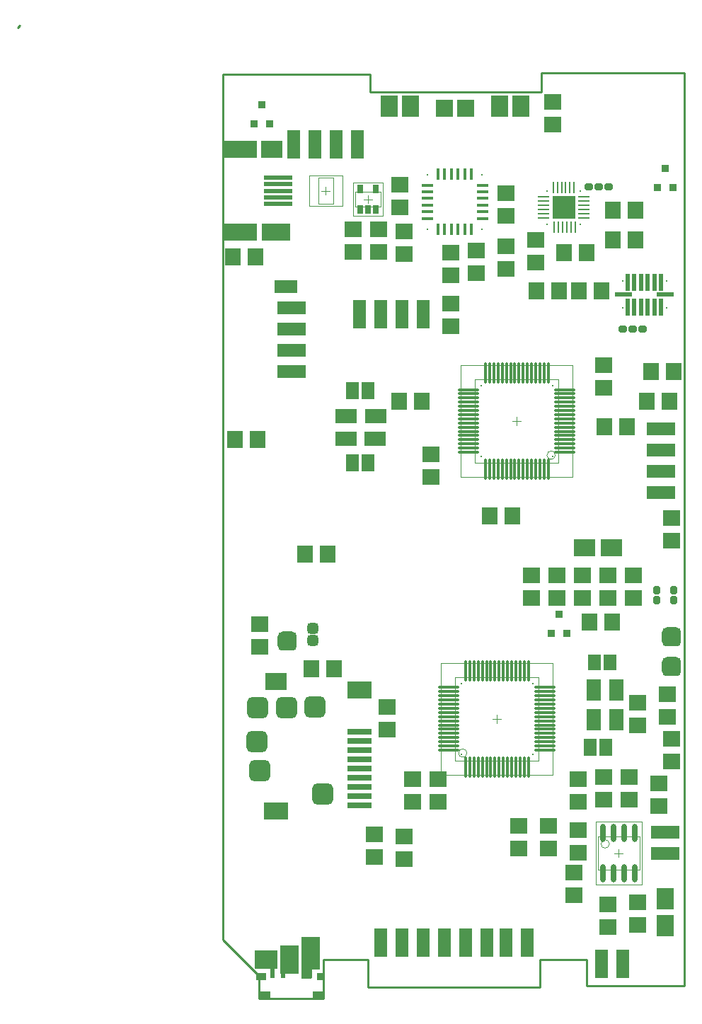
<source format=gbp>
%FSTAX25Y25*%
%MOIN*%
G70*
G01*
G75*
G04 Layer_Color=128*
%ADD10R,0.07874X0.07480*%
%ADD11R,0.01969X0.15748*%
%ADD12R,0.04331X0.02559*%
%ADD13R,0.07874X0.05512*%
%ADD14R,0.17011X0.12579*%
%ADD15R,0.20011X0.12579*%
%ADD16R,0.13780X0.11811*%
%ADD17R,0.06102X0.04331*%
%ADD18R,0.06102X0.04331*%
%ADD19R,0.06102X0.13583*%
%ADD20R,0.04724X0.07000*%
%ADD21R,0.04724X0.07874*%
%ADD22R,0.03543X0.03740*%
%ADD23R,0.03543X0.03740*%
%ADD24R,0.05906X0.13780*%
%ADD25R,0.09843X0.07874*%
%ADD26R,0.07480X0.07874*%
%ADD27C,0.01200*%
%ADD28C,0.02000*%
%ADD29C,0.01400*%
%ADD30C,0.01600*%
%ADD31C,0.01000*%
%ADD32C,0.00394*%
%ADD33C,0.15748*%
%ADD34R,0.08000X0.08000*%
%ADD35C,0.08000*%
%ADD36C,0.09000*%
%ADD37O,0.08000X0.06400*%
%ADD38O,0.08000X0.06000*%
%ADD39R,0.08000X0.08000*%
%ADD40C,0.03000*%
%ADD41C,0.02600*%
%ADD42C,0.02700*%
%ADD43C,0.02800*%
%ADD44R,0.07874X0.09843*%
%ADD45R,0.07874X0.07842*%
%ADD46R,0.13780X0.01969*%
%ADD47R,0.15748X0.08071*%
%ADD48R,0.10236X0.08071*%
%ADD49R,0.13780X0.08071*%
G04:AMPARAMS|DCode=50|XSize=39.37mil|YSize=31.5mil|CornerRadius=7.87mil|HoleSize=0mil|Usage=FLASHONLY|Rotation=0.000|XOffset=0mil|YOffset=0mil|HoleType=Round|Shape=RoundedRectangle|*
%AMROUNDEDRECTD50*
21,1,0.03937,0.01575,0,0,0.0*
21,1,0.02362,0.03150,0,0,0.0*
1,1,0.01575,0.01181,-0.00787*
1,1,0.01575,-0.01181,-0.00787*
1,1,0.01575,-0.01181,0.00787*
1,1,0.01575,0.01181,0.00787*
%
%ADD50ROUNDEDRECTD50*%
G04:AMPARAMS|DCode=51|XSize=39.37mil|YSize=31.5mil|CornerRadius=7.87mil|HoleSize=0mil|Usage=FLASHONLY|Rotation=270.000|XOffset=0mil|YOffset=0mil|HoleType=Round|Shape=RoundedRectangle|*
%AMROUNDEDRECTD51*
21,1,0.03937,0.01575,0,0,270.0*
21,1,0.02362,0.03150,0,0,270.0*
1,1,0.01575,-0.00787,-0.01181*
1,1,0.01575,-0.00787,0.01181*
1,1,0.01575,0.00787,0.01181*
1,1,0.01575,0.00787,-0.01181*
%
%ADD51ROUNDEDRECTD51*%
G04:AMPARAMS|DCode=52|XSize=90mil|YSize=90mil|CornerRadius=22.5mil|HoleSize=0mil|Usage=FLASHONLY|Rotation=180.000|XOffset=0mil|YOffset=0mil|HoleType=Round|Shape=RoundedRectangle|*
%AMROUNDEDRECTD52*
21,1,0.09000,0.04500,0,0,180.0*
21,1,0.04500,0.09000,0,0,180.0*
1,1,0.04500,-0.02250,0.02250*
1,1,0.04500,0.02250,0.02250*
1,1,0.04500,0.02250,-0.02250*
1,1,0.04500,-0.02250,-0.02250*
%
%ADD52ROUNDEDRECTD52*%
%ADD53R,0.06693X0.09843*%
%ADD54R,0.05512X0.00984*%
%ADD55R,0.00984X0.05512*%
%ADD56C,0.01063*%
%ADD57R,0.10630X0.10630*%
%ADD58R,0.09843X0.06693*%
%ADD59R,0.11811X0.07874*%
%ADD60R,0.11811X0.02953*%
%ADD61R,0.09843X0.07874*%
G04:AMPARAMS|DCode=62|XSize=100mil|YSize=100mil|CornerRadius=25mil|HoleSize=0mil|Usage=FLASHONLY|Rotation=0.000|XOffset=0mil|YOffset=0mil|HoleType=Round|Shape=RoundedRectangle|*
%AMROUNDEDRECTD62*
21,1,0.10000,0.05000,0,0,0.0*
21,1,0.05000,0.10000,0,0,0.0*
1,1,0.05000,0.02500,-0.02500*
1,1,0.05000,-0.02500,-0.02500*
1,1,0.05000,-0.02500,0.02500*
1,1,0.05000,0.02500,0.02500*
%
%ADD62ROUNDEDRECTD62*%
%ADD63O,0.01181X0.10236*%
%ADD64O,0.10236X0.01181*%
%ADD65R,0.04567X0.05906*%
%ADD66R,0.08661X0.15748*%
%ADD67R,0.08661X0.13780*%
%ADD68R,0.11024X0.09055*%
%ADD69R,0.01575X0.05512*%
%ADD70R,0.05512X0.01575*%
%ADD71R,0.02756X0.03543*%
%ADD72R,0.04724X0.03543*%
%ADD73R,0.01969X0.07087*%
%ADD74R,0.05906X0.07874*%
%ADD75R,0.05906X0.07574*%
%ADD76R,0.02165X0.07874*%
%ADD77R,0.07874X0.02165*%
G04:AMPARAMS|DCode=78|XSize=51.18mil|YSize=51.18mil|CornerRadius=12.8mil|HoleSize=0mil|Usage=FLASHONLY|Rotation=270.000|XOffset=0mil|YOffset=0mil|HoleType=Round|Shape=RoundedRectangle|*
%AMROUNDEDRECTD78*
21,1,0.05118,0.02559,0,0,270.0*
21,1,0.02559,0.05118,0,0,270.0*
1,1,0.02559,-0.01280,-0.01280*
1,1,0.02559,-0.01280,0.01280*
1,1,0.02559,0.01280,0.01280*
1,1,0.02559,0.01280,-0.01280*
%
%ADD78ROUNDEDRECTD78*%
%ADD79R,0.13780X0.05906*%
%ADD80R,0.10880X0.05906*%
%ADD81R,0.02559X0.04331*%
%ADD82O,0.02362X0.08661*%
%ADD83C,0.01500*%
%ADD84C,0.00984*%
%ADD85C,0.00787*%
%ADD86C,0.02756*%
%ADD87R,0.08674X0.08280*%
%ADD88R,0.02769X0.16548*%
%ADD89R,0.05131X0.03359*%
%ADD90R,0.08674X0.06312*%
%ADD91R,0.17811X0.13380*%
%ADD92R,0.20811X0.13380*%
%ADD93R,0.14579X0.12611*%
%ADD94R,0.06902X0.05131*%
%ADD95R,0.06902X0.05131*%
%ADD96R,0.06902X0.14383*%
%ADD97R,0.05524X0.07800*%
%ADD98R,0.05524X0.08674*%
%ADD99R,0.04343X0.04540*%
%ADD100R,0.04343X0.04540*%
%ADD101R,0.06706X0.14579*%
%ADD102R,0.10642X0.08674*%
%ADD103R,0.08280X0.08674*%
%ADD104C,0.16548*%
%ADD105R,0.08800X0.08800*%
%ADD106C,0.08800*%
%ADD107C,0.09800*%
%ADD108O,0.08800X0.07200*%
%ADD109O,0.08800X0.06800*%
%ADD110R,0.08800X0.08800*%
%ADD111C,0.03800*%
%ADD112C,0.03400*%
%ADD113C,0.03500*%
%ADD114C,0.03600*%
%ADD115R,0.08674X0.10642*%
%ADD116R,0.08674X0.08643*%
%ADD117R,0.14579X0.02769*%
%ADD118R,0.16548X0.08871*%
%ADD119R,0.11036X0.08871*%
%ADD120R,0.14579X0.08871*%
G04:AMPARAMS|DCode=121|XSize=47.37mil|YSize=39.5mil|CornerRadius=9.87mil|HoleSize=0mil|Usage=FLASHONLY|Rotation=0.000|XOffset=0mil|YOffset=0mil|HoleType=Round|Shape=RoundedRectangle|*
%AMROUNDEDRECTD121*
21,1,0.04737,0.01975,0,0,0.0*
21,1,0.02762,0.03950,0,0,0.0*
1,1,0.01975,0.01381,-0.00987*
1,1,0.01975,-0.01381,-0.00987*
1,1,0.01975,-0.01381,0.00987*
1,1,0.01975,0.01381,0.00987*
%
%ADD121ROUNDEDRECTD121*%
G04:AMPARAMS|DCode=122|XSize=47.37mil|YSize=39.5mil|CornerRadius=9.87mil|HoleSize=0mil|Usage=FLASHONLY|Rotation=270.000|XOffset=0mil|YOffset=0mil|HoleType=Round|Shape=RoundedRectangle|*
%AMROUNDEDRECTD122*
21,1,0.04737,0.01975,0,0,270.0*
21,1,0.02762,0.03950,0,0,270.0*
1,1,0.01975,-0.00987,-0.01381*
1,1,0.01975,-0.00987,0.01381*
1,1,0.01975,0.00987,0.01381*
1,1,0.01975,0.00987,-0.01381*
%
%ADD122ROUNDEDRECTD122*%
G04:AMPARAMS|DCode=123|XSize=98mil|YSize=98mil|CornerRadius=24.5mil|HoleSize=0mil|Usage=FLASHONLY|Rotation=180.000|XOffset=0mil|YOffset=0mil|HoleType=Round|Shape=RoundedRectangle|*
%AMROUNDEDRECTD123*
21,1,0.09800,0.04900,0,0,180.0*
21,1,0.04900,0.09800,0,0,180.0*
1,1,0.04900,-0.02450,0.02450*
1,1,0.04900,0.02450,0.02450*
1,1,0.04900,0.02450,-0.02450*
1,1,0.04900,-0.02450,-0.02450*
%
%ADD123ROUNDEDRECTD123*%
%ADD124R,0.07493X0.10642*%
%ADD125R,0.06312X0.01784*%
%ADD126R,0.01784X0.06312*%
%ADD127C,0.01863*%
%ADD128R,0.11430X0.11430*%
%ADD129R,0.10642X0.07493*%
%ADD130R,0.12611X0.08674*%
%ADD131R,0.12611X0.03753*%
%ADD132R,0.10642X0.08674*%
G04:AMPARAMS|DCode=133|XSize=108mil|YSize=108mil|CornerRadius=27mil|HoleSize=0mil|Usage=FLASHONLY|Rotation=0.000|XOffset=0mil|YOffset=0mil|HoleType=Round|Shape=RoundedRectangle|*
%AMROUNDEDRECTD133*
21,1,0.10800,0.05400,0,0,0.0*
21,1,0.05400,0.10800,0,0,0.0*
1,1,0.05400,0.02700,-0.02700*
1,1,0.05400,-0.02700,-0.02700*
1,1,0.05400,-0.02700,0.02700*
1,1,0.05400,0.02700,0.02700*
%
%ADD133ROUNDEDRECTD133*%
%ADD134O,0.01981X0.11036*%
%ADD135O,0.11036X0.01981*%
%ADD136R,0.05367X0.06706*%
%ADD137R,0.09461X0.16548*%
%ADD138R,0.09461X0.14579*%
%ADD139R,0.11824X0.09855*%
%ADD140R,0.02375X0.06312*%
%ADD141R,0.06312X0.02375*%
%ADD142R,0.03556X0.04343*%
%ADD143R,0.05524X0.04343*%
%ADD144R,0.02769X0.07887*%
%ADD145R,0.06706X0.08674*%
%ADD146R,0.06706X0.08374*%
%ADD147R,0.02965X0.08674*%
%ADD148R,0.08674X0.02965*%
G04:AMPARAMS|DCode=149|XSize=59.18mil|YSize=59.18mil|CornerRadius=14.8mil|HoleSize=0mil|Usage=FLASHONLY|Rotation=270.000|XOffset=0mil|YOffset=0mil|HoleType=Round|Shape=RoundedRectangle|*
%AMROUNDEDRECTD149*
21,1,0.05918,0.02959,0,0,270.0*
21,1,0.02959,0.05918,0,0,270.0*
1,1,0.02959,-0.01480,-0.01480*
1,1,0.02959,-0.01480,0.01480*
1,1,0.02959,0.01480,0.01480*
1,1,0.02959,0.01480,-0.01480*
%
%ADD149ROUNDEDRECTD149*%
%ADD150R,0.14579X0.06706*%
%ADD151R,0.11680X0.06706*%
%ADD152R,0.03359X0.05131*%
%ADD153O,0.03162X0.09461*%
D10*
X0187Y0299811D02*
D03*
Y0289181D02*
D03*
X0141Y0370189D02*
D03*
Y0380819D02*
D03*
X0201Y0190189D02*
D03*
Y0200819D02*
D03*
X0219Y0227811D02*
D03*
Y0217181D02*
D03*
X0091Y0374189D02*
D03*
Y0384819D02*
D03*
X0093Y0362819D02*
D03*
Y0352189D02*
D03*
X0115Y0352819D02*
D03*
Y0342189D02*
D03*
X0127Y0343181D02*
D03*
Y0353811D02*
D03*
X0141Y0345181D02*
D03*
Y0355811D02*
D03*
X0115Y0318189D02*
D03*
Y0328819D02*
D03*
X01055Y0247181D02*
D03*
Y0257811D02*
D03*
X0217Y0134189D02*
D03*
Y0144819D02*
D03*
X0163Y0423811D02*
D03*
Y0413181D02*
D03*
X0155Y0348189D02*
D03*
Y0358819D02*
D03*
X0175Y0070189D02*
D03*
Y0080819D02*
D03*
X0161Y0072189D02*
D03*
Y0082819D02*
D03*
X0079Y0068189D02*
D03*
Y0078819D02*
D03*
X0097Y0094189D02*
D03*
Y0104819D02*
D03*
X0109Y0094189D02*
D03*
Y0104819D02*
D03*
X0189Y0190189D02*
D03*
Y0200819D02*
D03*
X0177Y0190189D02*
D03*
Y0200819D02*
D03*
X0165Y0190189D02*
D03*
Y0200819D02*
D03*
X0153Y0190189D02*
D03*
Y0200819D02*
D03*
X0025Y0177811D02*
D03*
Y0167181D02*
D03*
X0081Y0353181D02*
D03*
Y0363811D02*
D03*
X0069Y0353181D02*
D03*
Y0363811D02*
D03*
X0203Y0036189D02*
D03*
Y0046819D02*
D03*
X0189Y0045811D02*
D03*
Y0035181D02*
D03*
X0173Y0050189D02*
D03*
Y0060819D02*
D03*
X0147Y0072189D02*
D03*
Y0082819D02*
D03*
X0175Y0094189D02*
D03*
Y0104819D02*
D03*
X0187Y0105811D02*
D03*
Y0095181D02*
D03*
X0199Y0105811D02*
D03*
Y0095181D02*
D03*
X0213Y0092189D02*
D03*
Y0102819D02*
D03*
X0219Y0123811D02*
D03*
Y0113181D02*
D03*
X0203Y0130189D02*
D03*
Y0140819D02*
D03*
X0093Y0077811D02*
D03*
Y0067181D02*
D03*
X0085Y0128189D02*
D03*
Y0138819D02*
D03*
D22*
X016974Y0173374D02*
D03*
X0166Y0182626D02*
D03*
X0216Y0392626D02*
D03*
X021974Y0383374D02*
D03*
X002974Y0413374D02*
D03*
X0026Y0422626D02*
D03*
D23*
X016226Y0173374D02*
D03*
X021226Y0383374D02*
D03*
X002226Y0413374D02*
D03*
D24*
X0196Y0018D02*
D03*
X0186D02*
D03*
X0071Y0404D02*
D03*
X0061D02*
D03*
X0051D02*
D03*
X0041D02*
D03*
X0102Y0324D02*
D03*
X0092D02*
D03*
X0082D02*
D03*
X0072D02*
D03*
X0141Y0028D02*
D03*
X0151D02*
D03*
X0132D02*
D03*
X0122D02*
D03*
X0112D02*
D03*
X0102D02*
D03*
X0092D02*
D03*
X0082D02*
D03*
D25*
X01905Y0214D02*
D03*
X0178D02*
D03*
D26*
X0168189Y0353D02*
D03*
X0178819D02*
D03*
X0175181Y0335D02*
D03*
X0185811D02*
D03*
X0217811Y0283D02*
D03*
X0207181D02*
D03*
X0155181Y0335D02*
D03*
X0165811D02*
D03*
X0023811Y0265D02*
D03*
X0013181D02*
D03*
X0090689Y0283D02*
D03*
X0101319D02*
D03*
X0012189Y0351D02*
D03*
X0022819D02*
D03*
X0201811Y0359D02*
D03*
X0191181D02*
D03*
X0059811Y0157D02*
D03*
X0049181D02*
D03*
X0219811Y0297D02*
D03*
X0209181D02*
D03*
X0201811Y0373D02*
D03*
X0191181D02*
D03*
X0180189Y0179D02*
D03*
X0190819D02*
D03*
X0056819Y0211D02*
D03*
X0046189D02*
D03*
X0143811Y0229D02*
D03*
X0133181D02*
D03*
X0197811Y0271D02*
D03*
X0187181D02*
D03*
D31*
X000767Y002933D02*
X0024751Y0012249D01*
X-0089Y0459D02*
X-0088Y046D01*
X0055Y002D02*
X0076D01*
X0157D02*
X0179D01*
X0157Y0007D02*
Y002D01*
X0076Y0007D02*
X0157D01*
X0076D02*
Y002D01*
X000767Y002933D02*
Y00355D01*
X0196307Y00075D02*
X0225D01*
X0025Y00015D02*
X003D01*
X0179Y00075D02*
Y002D01*
Y00075D02*
X0196307D01*
X0055Y00015D02*
Y002D01*
X0225Y0035D02*
Y04375D01*
X003Y00015D02*
X0055D01*
X0024751D02*
Y0009249D01*
X0077Y04285D02*
Y0437D01*
Y04285D02*
X01575D01*
Y04375D01*
X0225D01*
X0024751Y0009249D02*
Y0012249D01*
X0225Y00075D02*
Y0035D01*
X000767Y0437D02*
X0077D01*
X000767Y00355D02*
Y0437D01*
D32*
X0164188Y0257436D02*
G03*
X0164188Y0257436I-0001969J0D01*
G01*
X0122559Y0117126D02*
G03*
X0122559Y0117126I-0001969J0D01*
G01*
X0189669Y0074331D02*
G03*
X0189669Y0074331I-0001969J0D01*
G01*
X0126392Y0253892D02*
X0165762D01*
X0126392Y0293263D02*
X0165762D01*
Y0253892D02*
Y0293263D01*
X0126392Y0253892D02*
Y0293263D01*
X0059543Y0375898D02*
Y0388102D01*
X0052457Y0375898D02*
Y0388102D01*
Y0375898D02*
X0059543D01*
X0052457Y0388102D02*
X0059543D01*
X0117047Y0113583D02*
Y0152953D01*
X0156417Y0113583D02*
Y0152953D01*
X0117047Y0113583D02*
X0156417D01*
X0117047Y0152953D02*
X0156417D01*
X0069898Y0374457D02*
X0082102D01*
X0069898Y0381543D02*
X0082102D01*
Y0374457D02*
Y0381543D01*
X0069898Y0374457D02*
Y0381543D01*
X0203842Y0062126D02*
Y0077874D01*
X0184158Y0062126D02*
Y0077874D01*
Y0062126D02*
X0203842D01*
X0184158Y0077874D02*
X0203842D01*
X01197Y02472D02*
X0172455D01*
X01197Y0299955D02*
X0172455D01*
Y02472D02*
Y0299955D01*
X01197Y02472D02*
Y0299955D01*
X0146077Y0271609D02*
Y0275546D01*
X0144109Y0273577D02*
X0148046D01*
X0063874Y0374913D02*
Y0389087D01*
X0048126Y0374913D02*
Y0389087D01*
Y0374913D02*
X0063874D01*
X0048126Y0389087D02*
X0063874D01*
X0054031Y0382D02*
X0057968D01*
X0056Y0380031D02*
Y0383968D01*
X0110354Y010689D02*
Y0159646D01*
X016311Y010689D02*
Y0159646D01*
X0110354Y010689D02*
X016311D01*
X0110354Y0159646D02*
X016311D01*
X0134764Y0133268D02*
X0138701D01*
X0136732Y0131299D02*
Y0135236D01*
X0068913Y0370126D02*
X0083087D01*
X0068913Y0385874D02*
X0083087D01*
Y0370126D02*
Y0385874D01*
X0068913Y0370126D02*
Y0385874D01*
X0076Y0376031D02*
Y0379969D01*
X0074032Y0378D02*
X0077969D01*
X0192032Y007D02*
X0195968D01*
X0194Y0068032D02*
Y0071969D01*
X0204827Y0055236D02*
Y0084764D01*
X0183173Y0055236D02*
Y0084764D01*
Y0055236D02*
X0204827D01*
X0183173Y0084764D02*
X0204827D01*
D44*
X0096Y0422D02*
D03*
X0086D02*
D03*
X0148D02*
D03*
X0138D02*
D03*
X0216Y0036D02*
D03*
Y00485D02*
D03*
D45*
X0122Y0421D02*
D03*
X0112D02*
D03*
D46*
X0033716Y0388299D02*
D03*
Y038515D02*
D03*
Y0382D02*
D03*
Y037885D02*
D03*
Y0375701D02*
D03*
D47*
X0016Y040139D02*
D03*
Y036261D02*
D03*
D48*
X0030709Y040139D02*
D03*
D49*
X0032732Y036261D02*
D03*
D50*
X018937Y0384D02*
D03*
X018D02*
D03*
X0184724D02*
D03*
X02054Y0317D02*
D03*
X0196D02*
D03*
X0200724D02*
D03*
D51*
X0212Y0194D02*
D03*
Y0189276D02*
D03*
X022Y0194D02*
D03*
Y0189276D02*
D03*
D52*
X0219Y0172D02*
D03*
Y0158D02*
D03*
X0038Y017D02*
D03*
D53*
X0182189Y0133D02*
D03*
X0192819D02*
D03*
Y014685D02*
D03*
X0182189Y0147D02*
D03*
D54*
X0158776Y0379047D02*
D03*
Y0377079D02*
D03*
Y0369205D02*
D03*
Y0371173D02*
D03*
Y037511D02*
D03*
Y0373142D02*
D03*
X0177476Y0379047D02*
D03*
Y0377079D02*
D03*
Y0369205D02*
D03*
Y0371173D02*
D03*
Y037511D02*
D03*
Y0373142D02*
D03*
D55*
X0163205Y0383476D02*
D03*
X0165173D02*
D03*
X0173047D02*
D03*
X0171079D02*
D03*
X0167142D02*
D03*
X016911D02*
D03*
X0169602Y0364858D02*
D03*
X0167634D02*
D03*
X0171571D02*
D03*
X0173539D02*
D03*
X0165665D02*
D03*
X0163697D02*
D03*
D56*
X0160252Y0366252D02*
D03*
X0176D02*
D03*
Y0382D02*
D03*
X0160252D02*
D03*
X0129345Y029031D02*
D03*
X016281D02*
D03*
Y0256845D02*
D03*
X0129345D02*
D03*
X0129591Y0364D02*
D03*
X0104D02*
D03*
Y0389591D02*
D03*
X0129591D02*
D03*
X0153465Y015D02*
D03*
Y0116535D02*
D03*
X012D02*
D03*
Y015D02*
D03*
X0216492Y0339492D02*
D03*
X0195823D02*
D03*
Y0326697D02*
D03*
X0216492D02*
D03*
D57*
X0168126Y0374126D02*
D03*
D58*
X00655Y0275811D02*
D03*
Y0265181D02*
D03*
X007935D02*
D03*
X00795Y0275811D02*
D03*
D59*
X0072Y0147D02*
D03*
X003263Y009D02*
D03*
D60*
X0072Y0092394D02*
D03*
Y0101055D02*
D03*
Y0096724D02*
D03*
Y0109716D02*
D03*
Y0105386D02*
D03*
Y0122709D02*
D03*
Y0118378D02*
D03*
Y0114047D02*
D03*
Y0127039D02*
D03*
D61*
X003263Y0150756D02*
D03*
D62*
X00545Y0098D02*
D03*
X0025Y0109D02*
D03*
X00235Y01225D02*
D03*
X0024Y01385D02*
D03*
X00375D02*
D03*
X0051Y0139D02*
D03*
D63*
X0160841Y025094D02*
D03*
X0158873D02*
D03*
X0156904D02*
D03*
X0154936D02*
D03*
X0152967D02*
D03*
X0150999D02*
D03*
X014903D02*
D03*
X0147062D02*
D03*
X0145093D02*
D03*
X0143125D02*
D03*
X0141156D02*
D03*
X0139188D02*
D03*
X0137219D02*
D03*
X0135251D02*
D03*
X0133282D02*
D03*
X0131314D02*
D03*
Y0296215D02*
D03*
X0133282D02*
D03*
X0135251D02*
D03*
X0137219D02*
D03*
X0139188D02*
D03*
X0141156D02*
D03*
X0143125D02*
D03*
X0145093D02*
D03*
X0147062D02*
D03*
X014903D02*
D03*
X0150999D02*
D03*
X0152967D02*
D03*
X0154936D02*
D03*
X0156904D02*
D03*
X0158873D02*
D03*
X0160841D02*
D03*
X0121968Y0155905D02*
D03*
X0123937D02*
D03*
X0125906D02*
D03*
X0127874D02*
D03*
X0129842D02*
D03*
X0131811D02*
D03*
X013378D02*
D03*
X0135748D02*
D03*
X0137716D02*
D03*
X0139685D02*
D03*
X0141654D02*
D03*
X0143622D02*
D03*
X0145591D02*
D03*
X0147559D02*
D03*
X0149528D02*
D03*
X0151496D02*
D03*
Y011063D02*
D03*
X0149528D02*
D03*
X0147559D02*
D03*
X0145591D02*
D03*
X0143622D02*
D03*
X0141654D02*
D03*
X0139685D02*
D03*
X0137716D02*
D03*
X0135748D02*
D03*
X013378D02*
D03*
X0131811D02*
D03*
X0129842D02*
D03*
X0127874D02*
D03*
X0125906D02*
D03*
X0123937D02*
D03*
X0121968D02*
D03*
D64*
X012344Y0258814D02*
D03*
Y0260782D02*
D03*
Y0262751D02*
D03*
Y0264719D02*
D03*
Y0266688D02*
D03*
Y0268656D02*
D03*
Y0270625D02*
D03*
Y0272593D02*
D03*
Y0274562D02*
D03*
Y027653D02*
D03*
Y0278499D02*
D03*
Y0280467D02*
D03*
Y0282436D02*
D03*
Y0284404D02*
D03*
Y0286373D02*
D03*
Y0288341D02*
D03*
X0168715D02*
D03*
Y0286373D02*
D03*
Y0284404D02*
D03*
Y0282436D02*
D03*
Y0280467D02*
D03*
Y0278499D02*
D03*
Y027653D02*
D03*
Y0274562D02*
D03*
Y0272593D02*
D03*
Y0270625D02*
D03*
Y0268656D02*
D03*
Y0266688D02*
D03*
Y0264719D02*
D03*
Y0262751D02*
D03*
Y0260782D02*
D03*
Y0258814D02*
D03*
X0114094Y0118504D02*
D03*
Y0120472D02*
D03*
Y0122441D02*
D03*
Y0124409D02*
D03*
Y0126378D02*
D03*
Y0128347D02*
D03*
Y0130315D02*
D03*
Y0132283D02*
D03*
Y0134252D02*
D03*
Y0136221D02*
D03*
Y0138189D02*
D03*
Y0140157D02*
D03*
Y0142126D02*
D03*
Y0144095D02*
D03*
Y0146063D02*
D03*
Y0148031D02*
D03*
X015937D02*
D03*
Y0146063D02*
D03*
Y0144095D02*
D03*
Y0142126D02*
D03*
Y0140157D02*
D03*
Y0138189D02*
D03*
Y0136221D02*
D03*
Y0134252D02*
D03*
Y0132283D02*
D03*
Y0130315D02*
D03*
Y0128347D02*
D03*
Y0126378D02*
D03*
Y0124409D02*
D03*
Y0122441D02*
D03*
Y0120472D02*
D03*
Y0118504D02*
D03*
D65*
X0047Y0014D02*
D03*
D66*
X0049Y0023D02*
D03*
D67*
X0039Y002D02*
D03*
D68*
X0028D02*
D03*
D69*
X0124669Y039D02*
D03*
X012152D02*
D03*
X0108921D02*
D03*
X0112071D02*
D03*
X011837D02*
D03*
X011522D02*
D03*
Y0364D02*
D03*
X011837D02*
D03*
X0112071D02*
D03*
X0108921D02*
D03*
X012152D02*
D03*
X0124669D02*
D03*
D70*
X0104Y037837D02*
D03*
Y037522D02*
D03*
Y038152D02*
D03*
Y0384669D02*
D03*
Y0372071D02*
D03*
Y0368921D02*
D03*
X013Y037837D02*
D03*
Y037522D02*
D03*
Y038152D02*
D03*
Y0384669D02*
D03*
Y0372071D02*
D03*
Y0368921D02*
D03*
D71*
X005315Y0012D02*
D03*
D72*
X0052362Y000315D02*
D03*
X0027559D02*
D03*
X0025606Y0012D02*
D03*
D73*
X00485Y00145D02*
D03*
X0036D02*
D03*
X0031D02*
D03*
D74*
X0076Y0288D02*
D03*
X00685D02*
D03*
X0188Y012D02*
D03*
X01805D02*
D03*
X00685Y0254D02*
D03*
X0076D02*
D03*
D75*
X019Y016D02*
D03*
X01825D02*
D03*
D76*
X0198284Y0327189D02*
D03*
X0207732Y0339D02*
D03*
X0204583D02*
D03*
X0210882D02*
D03*
X0214032D02*
D03*
X0201433D02*
D03*
X0198284D02*
D03*
X0207732Y0327189D02*
D03*
X0210882D02*
D03*
X0204583D02*
D03*
X0201433D02*
D03*
X0214032D02*
D03*
D77*
X0196315Y0333095D02*
D03*
X0216D02*
D03*
D78*
X005Y0176D02*
D03*
Y0170016D02*
D03*
D79*
X004Y0297D02*
D03*
Y0307D02*
D03*
Y0317D02*
D03*
Y0327D02*
D03*
X0216Y008D02*
D03*
Y007D02*
D03*
X0214Y027D02*
D03*
Y026D02*
D03*
Y025D02*
D03*
Y024D02*
D03*
D80*
X00374Y0337D02*
D03*
D81*
X007974Y0373276D02*
D03*
X0076D02*
D03*
X007226D02*
D03*
Y0382724D02*
D03*
X007974D02*
D03*
D82*
X02015Y0060551D02*
D03*
X01965D02*
D03*
X01915D02*
D03*
X01865D02*
D03*
X02015Y0079449D02*
D03*
X01965D02*
D03*
X01915D02*
D03*
X01865D02*
D03*
M02*

</source>
